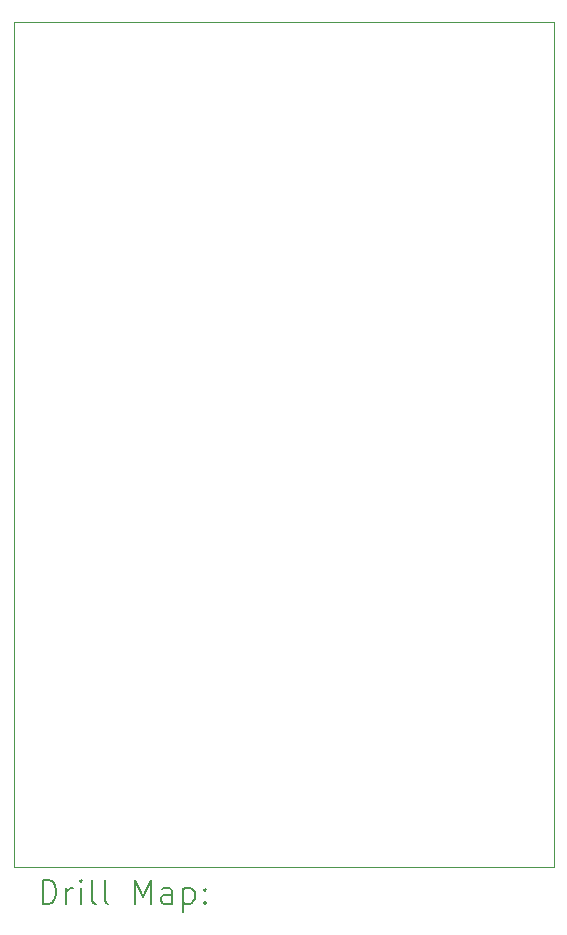
<source format=gbr>
%TF.GenerationSoftware,KiCad,Pcbnew,7.0.1*%
%TF.CreationDate,2023-06-05T22:57:53+02:00*%
%TF.ProjectId,AxisPCB-STM32F411,41786973-5043-4422-9d53-544d33324634,1*%
%TF.SameCoordinates,Original*%
%TF.FileFunction,Drillmap*%
%TF.FilePolarity,Positive*%
%FSLAX45Y45*%
G04 Gerber Fmt 4.5, Leading zero omitted, Abs format (unit mm)*
G04 Created by KiCad (PCBNEW 7.0.1) date 2023-06-05 22:57:53*
%MOMM*%
%LPD*%
G01*
G04 APERTURE LIST*
%ADD10C,0.038100*%
%ADD11C,0.200000*%
G04 APERTURE END LIST*
D10*
X11430000Y-2540000D02*
X16002000Y-2540000D01*
X16002000Y-9690100D01*
X11430000Y-9690100D01*
X11430000Y-2540000D01*
D11*
X11675714Y-10004529D02*
X11675714Y-9804529D01*
X11675714Y-9804529D02*
X11723333Y-9804529D01*
X11723333Y-9804529D02*
X11751904Y-9814053D01*
X11751904Y-9814053D02*
X11770952Y-9833100D01*
X11770952Y-9833100D02*
X11780476Y-9852148D01*
X11780476Y-9852148D02*
X11790000Y-9890243D01*
X11790000Y-9890243D02*
X11790000Y-9918815D01*
X11790000Y-9918815D02*
X11780476Y-9956910D01*
X11780476Y-9956910D02*
X11770952Y-9975957D01*
X11770952Y-9975957D02*
X11751904Y-9995005D01*
X11751904Y-9995005D02*
X11723333Y-10004529D01*
X11723333Y-10004529D02*
X11675714Y-10004529D01*
X11875714Y-10004529D02*
X11875714Y-9871195D01*
X11875714Y-9909291D02*
X11885238Y-9890243D01*
X11885238Y-9890243D02*
X11894762Y-9880719D01*
X11894762Y-9880719D02*
X11913809Y-9871195D01*
X11913809Y-9871195D02*
X11932857Y-9871195D01*
X11999523Y-10004529D02*
X11999523Y-9871195D01*
X11999523Y-9804529D02*
X11990000Y-9814053D01*
X11990000Y-9814053D02*
X11999523Y-9823576D01*
X11999523Y-9823576D02*
X12009047Y-9814053D01*
X12009047Y-9814053D02*
X11999523Y-9804529D01*
X11999523Y-9804529D02*
X11999523Y-9823576D01*
X12123333Y-10004529D02*
X12104285Y-9995005D01*
X12104285Y-9995005D02*
X12094762Y-9975957D01*
X12094762Y-9975957D02*
X12094762Y-9804529D01*
X12228095Y-10004529D02*
X12209047Y-9995005D01*
X12209047Y-9995005D02*
X12199523Y-9975957D01*
X12199523Y-9975957D02*
X12199523Y-9804529D01*
X12456666Y-10004529D02*
X12456666Y-9804529D01*
X12456666Y-9804529D02*
X12523333Y-9947386D01*
X12523333Y-9947386D02*
X12590000Y-9804529D01*
X12590000Y-9804529D02*
X12590000Y-10004529D01*
X12770952Y-10004529D02*
X12770952Y-9899767D01*
X12770952Y-9899767D02*
X12761428Y-9880719D01*
X12761428Y-9880719D02*
X12742381Y-9871195D01*
X12742381Y-9871195D02*
X12704285Y-9871195D01*
X12704285Y-9871195D02*
X12685238Y-9880719D01*
X12770952Y-9995005D02*
X12751904Y-10004529D01*
X12751904Y-10004529D02*
X12704285Y-10004529D01*
X12704285Y-10004529D02*
X12685238Y-9995005D01*
X12685238Y-9995005D02*
X12675714Y-9975957D01*
X12675714Y-9975957D02*
X12675714Y-9956910D01*
X12675714Y-9956910D02*
X12685238Y-9937862D01*
X12685238Y-9937862D02*
X12704285Y-9928338D01*
X12704285Y-9928338D02*
X12751904Y-9928338D01*
X12751904Y-9928338D02*
X12770952Y-9918815D01*
X12866190Y-9871195D02*
X12866190Y-10071195D01*
X12866190Y-9880719D02*
X12885238Y-9871195D01*
X12885238Y-9871195D02*
X12923333Y-9871195D01*
X12923333Y-9871195D02*
X12942381Y-9880719D01*
X12942381Y-9880719D02*
X12951904Y-9890243D01*
X12951904Y-9890243D02*
X12961428Y-9909291D01*
X12961428Y-9909291D02*
X12961428Y-9966434D01*
X12961428Y-9966434D02*
X12951904Y-9985481D01*
X12951904Y-9985481D02*
X12942381Y-9995005D01*
X12942381Y-9995005D02*
X12923333Y-10004529D01*
X12923333Y-10004529D02*
X12885238Y-10004529D01*
X12885238Y-10004529D02*
X12866190Y-9995005D01*
X13047143Y-9985481D02*
X13056666Y-9995005D01*
X13056666Y-9995005D02*
X13047143Y-10004529D01*
X13047143Y-10004529D02*
X13037619Y-9995005D01*
X13037619Y-9995005D02*
X13047143Y-9985481D01*
X13047143Y-9985481D02*
X13047143Y-10004529D01*
X13047143Y-9880719D02*
X13056666Y-9890243D01*
X13056666Y-9890243D02*
X13047143Y-9899767D01*
X13047143Y-9899767D02*
X13037619Y-9890243D01*
X13037619Y-9890243D02*
X13047143Y-9880719D01*
X13047143Y-9880719D02*
X13047143Y-9899767D01*
M02*

</source>
